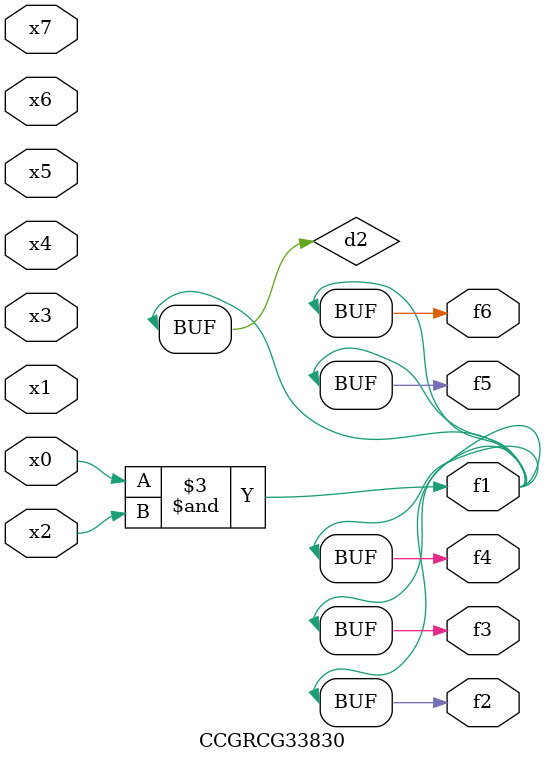
<source format=v>
module CCGRCG33830(
	input x0, x1, x2, x3, x4, x5, x6, x7,
	output f1, f2, f3, f4, f5, f6
);

	wire d1, d2;

	nor (d1, x3, x6);
	and (d2, x0, x2);
	assign f1 = d2;
	assign f2 = d2;
	assign f3 = d2;
	assign f4 = d2;
	assign f5 = d2;
	assign f6 = d2;
endmodule

</source>
